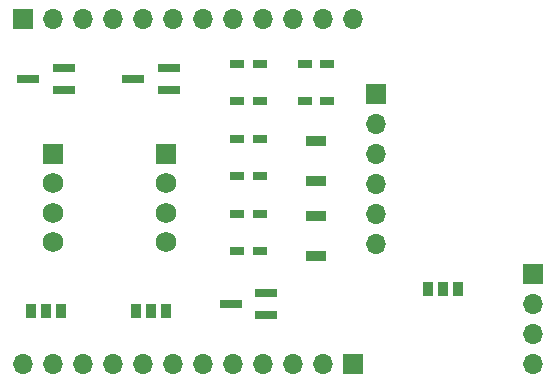
<source format=gts>
G04 #@! TF.FileFunction,Soldermask,Top*
%FSLAX46Y46*%
G04 Gerber Fmt 4.6, Leading zero omitted, Abs format (unit mm)*
G04 Created by KiCad (PCBNEW 4.0.7-e2-6376~60~ubuntu17.10.1) date Thu Dec 28 14:25:31 2017*
%MOMM*%
%LPD*%
G01*
G04 APERTURE LIST*
%ADD10C,0.100000*%
%ADD11R,1.700000X1.700000*%
%ADD12O,1.700000X1.700000*%
%ADD13R,1.200000X0.750000*%
%ADD14R,0.970000X1.270000*%
%ADD15R,1.900000X0.800000*%
%ADD16R,1.700000X0.900000*%
%ADD17R,1.750000X1.750000*%
%ADD18C,1.750000*%
G04 APERTURE END LIST*
D10*
D11*
X191770000Y-113030000D03*
D12*
X191770000Y-115570000D03*
X191770000Y-118110000D03*
X191770000Y-120650000D03*
D11*
X176530000Y-120650000D03*
D12*
X173990000Y-120650000D03*
X171450000Y-120650000D03*
X168910000Y-120650000D03*
X166370000Y-120650000D03*
X163830000Y-120650000D03*
X161290000Y-120650000D03*
X158750000Y-120650000D03*
X156210000Y-120650000D03*
X153670000Y-120650000D03*
X151130000Y-120650000D03*
X148590000Y-120650000D03*
D13*
X172405000Y-95250000D03*
X174305000Y-95250000D03*
X172405000Y-98425000D03*
X174305000Y-98425000D03*
X166690000Y-98425000D03*
X168590000Y-98425000D03*
X166690000Y-95250000D03*
X168590000Y-95250000D03*
X168590000Y-101600000D03*
X166690000Y-101600000D03*
X166690000Y-104775000D03*
X168590000Y-104775000D03*
X166690000Y-107950000D03*
X168590000Y-107950000D03*
X166690000Y-111125000D03*
X168590000Y-111125000D03*
D14*
X158115000Y-116205000D03*
X159385000Y-116205000D03*
X160655000Y-116205000D03*
X149225000Y-116205000D03*
X150495000Y-116205000D03*
X151765000Y-116205000D03*
D15*
X151995000Y-97470000D03*
X151995000Y-95570000D03*
X148995000Y-96520000D03*
X160885000Y-97470000D03*
X160885000Y-95570000D03*
X157885000Y-96520000D03*
D16*
X173355000Y-105205000D03*
X173355000Y-101805000D03*
X173355000Y-111555000D03*
X173355000Y-108155000D03*
D15*
X169140000Y-116520000D03*
X169140000Y-114620000D03*
X166140000Y-115570000D03*
D17*
X151130000Y-102870000D03*
D18*
X151130000Y-105370000D03*
X151130000Y-107870000D03*
X151130000Y-110370000D03*
D17*
X160655000Y-102870000D03*
D18*
X160655000Y-105370000D03*
X160655000Y-107870000D03*
X160655000Y-110370000D03*
D11*
X148590000Y-91440000D03*
D12*
X151130000Y-91440000D03*
X153670000Y-91440000D03*
X156210000Y-91440000D03*
X158750000Y-91440000D03*
X161290000Y-91440000D03*
X163830000Y-91440000D03*
X166370000Y-91440000D03*
X168910000Y-91440000D03*
X171450000Y-91440000D03*
X173990000Y-91440000D03*
X176530000Y-91440000D03*
D11*
X178435000Y-97790000D03*
D12*
X178435000Y-100330000D03*
X178435000Y-102870000D03*
X178435000Y-105410000D03*
X178435000Y-107950000D03*
X178435000Y-110490000D03*
D14*
X185420000Y-114300000D03*
X184150000Y-114300000D03*
X182880000Y-114300000D03*
M02*

</source>
